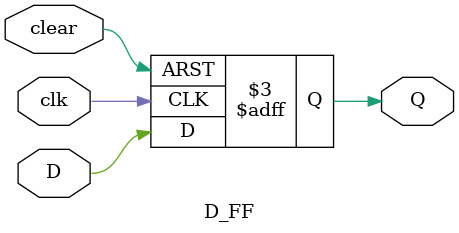
<source format=sv>
module D_FF 
#(
    parameter N = 1
) 
(
    input clk, clear,
    input [N-1:0] D,
    output logic [N-1:0] Q
);

    always_ff @(posedge clk or negedge clear) begin 
        if(!clear)
            Q <= '0;
        else 
            Q <= D;       
    end
    
endmodule
</source>
